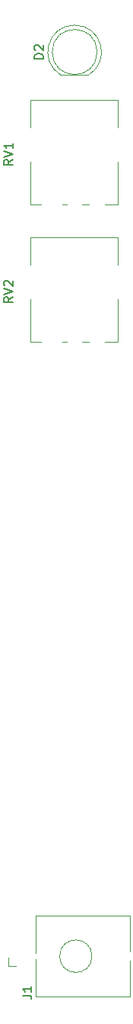
<source format=gto>
G04 #@! TF.GenerationSoftware,KiCad,Pcbnew,(5.1.2)-2*
G04 #@! TF.CreationDate,2019-07-05T08:21:06+01:00*
G04 #@! TF.ProjectId,mod_synth_clk,6d6f645f-7379-46e7-9468-5f636c6b2e6b,rev?*
G04 #@! TF.SameCoordinates,Original*
G04 #@! TF.FileFunction,Legend,Top*
G04 #@! TF.FilePolarity,Positive*
%FSLAX46Y46*%
G04 Gerber Fmt 4.6, Leading zero omitted, Abs format (unit mm)*
G04 Created by KiCad (PCBNEW (5.1.2)-2) date 2019-07-05 08:21:06*
%MOMM*%
%LPD*%
G04 APERTURE LIST*
%ADD10C,0.120000*%
%ADD11C,0.150000*%
G04 APERTURE END LIST*
D10*
X48610000Y-63890000D02*
X47780000Y-63890000D01*
X46160000Y-63890000D02*
X45630000Y-63890000D01*
X43260000Y-63890000D02*
X42080000Y-63890000D01*
X51820000Y-63890000D02*
X51820000Y-59170000D01*
X42080000Y-55360000D02*
X42080000Y-52300000D01*
X42070000Y-63890000D02*
X42070000Y-59170000D01*
X51820000Y-55360000D02*
X51820000Y-52300000D01*
X51820000Y-63890000D02*
X50330000Y-63890000D01*
X51820000Y-52300000D02*
X42080000Y-52300000D01*
X48610000Y-48650000D02*
X47780000Y-48650000D01*
X46160000Y-48650000D02*
X45630000Y-48650000D01*
X43260000Y-48650000D02*
X42080000Y-48650000D01*
X51820000Y-48650000D02*
X51820000Y-43930000D01*
X42080000Y-40120000D02*
X42080000Y-37060000D01*
X42070000Y-48650000D02*
X42070000Y-43930000D01*
X51820000Y-40120000D02*
X51820000Y-37060000D01*
X51820000Y-48650000D02*
X50330000Y-48650000D01*
X51820000Y-37060000D02*
X42080000Y-37060000D01*
X39640000Y-133140000D02*
X39640000Y-132280000D01*
X39640000Y-133140000D02*
X40440000Y-133140000D01*
X48920000Y-132080000D02*
G75*
G03X48920000Y-132080000I-1800000J0D01*
G01*
X42620000Y-132430000D02*
X42620000Y-136580000D01*
X42620000Y-127580000D02*
X42620000Y-131730000D01*
X53120000Y-132580000D02*
X53120000Y-136580000D01*
X53120000Y-127580000D02*
X53120000Y-131580000D01*
X42620000Y-127580000D02*
X53120000Y-127580000D01*
X42620000Y-136580000D02*
X53120000Y-136580000D01*
X45445000Y-34310000D02*
X48535000Y-34310000D01*
X49490000Y-31750000D02*
G75*
G03X49490000Y-31750000I-2500000J0D01*
G01*
X46989538Y-28760000D02*
G75*
G02X48534830Y-34310000I462J-2990000D01*
G01*
X46990462Y-28760000D02*
G75*
G03X45445170Y-34310000I-462J-2990000D01*
G01*
D11*
X40102380Y-58915238D02*
X39626190Y-59248571D01*
X40102380Y-59486666D02*
X39102380Y-59486666D01*
X39102380Y-59105714D01*
X39150000Y-59010476D01*
X39197619Y-58962857D01*
X39292857Y-58915238D01*
X39435714Y-58915238D01*
X39530952Y-58962857D01*
X39578571Y-59010476D01*
X39626190Y-59105714D01*
X39626190Y-59486666D01*
X39102380Y-58629523D02*
X40102380Y-58296190D01*
X39102380Y-57962857D01*
X39197619Y-57677142D02*
X39150000Y-57629523D01*
X39102380Y-57534285D01*
X39102380Y-57296190D01*
X39150000Y-57200952D01*
X39197619Y-57153333D01*
X39292857Y-57105714D01*
X39388095Y-57105714D01*
X39530952Y-57153333D01*
X40102380Y-57724761D01*
X40102380Y-57105714D01*
X40102380Y-43675238D02*
X39626190Y-44008571D01*
X40102380Y-44246666D02*
X39102380Y-44246666D01*
X39102380Y-43865714D01*
X39150000Y-43770476D01*
X39197619Y-43722857D01*
X39292857Y-43675238D01*
X39435714Y-43675238D01*
X39530952Y-43722857D01*
X39578571Y-43770476D01*
X39626190Y-43865714D01*
X39626190Y-44246666D01*
X39102380Y-43389523D02*
X40102380Y-43056190D01*
X39102380Y-42722857D01*
X40102380Y-41865714D02*
X40102380Y-42437142D01*
X40102380Y-42151428D02*
X39102380Y-42151428D01*
X39245238Y-42246666D01*
X39340476Y-42341904D01*
X39388095Y-42437142D01*
X41172380Y-136443333D02*
X41886666Y-136443333D01*
X42029523Y-136490952D01*
X42124761Y-136586190D01*
X42172380Y-136729047D01*
X42172380Y-136824285D01*
X42172380Y-135443333D02*
X42172380Y-136014761D01*
X42172380Y-135729047D02*
X41172380Y-135729047D01*
X41315238Y-135824285D01*
X41410476Y-135919523D01*
X41458095Y-136014761D01*
X43482380Y-32488095D02*
X42482380Y-32488095D01*
X42482380Y-32250000D01*
X42530000Y-32107142D01*
X42625238Y-32011904D01*
X42720476Y-31964285D01*
X42910952Y-31916666D01*
X43053809Y-31916666D01*
X43244285Y-31964285D01*
X43339523Y-32011904D01*
X43434761Y-32107142D01*
X43482380Y-32250000D01*
X43482380Y-32488095D01*
X42577619Y-31535714D02*
X42530000Y-31488095D01*
X42482380Y-31392857D01*
X42482380Y-31154761D01*
X42530000Y-31059523D01*
X42577619Y-31011904D01*
X42672857Y-30964285D01*
X42768095Y-30964285D01*
X42910952Y-31011904D01*
X43482380Y-31583333D01*
X43482380Y-30964285D01*
M02*

</source>
